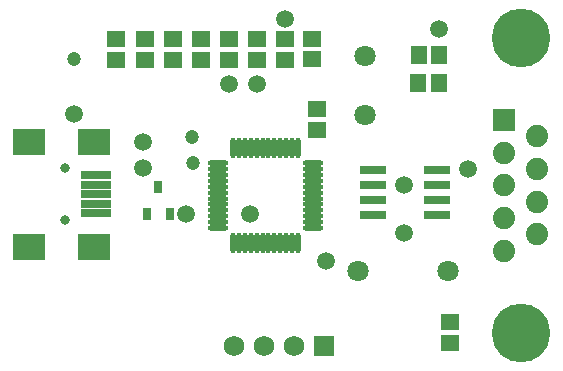
<source format=gts>
G04 Layer_Color=8388736*
%FSLAX25Y25*%
%MOIN*%
G70*
G01*
G75*
%ADD31R,0.08674X0.03162*%
%ADD32R,0.06115X0.05328*%
%ADD33R,0.05328X0.06115*%
%ADD34R,0.03162X0.04343*%
%ADD35R,0.10642X0.08674*%
%ADD36R,0.09855X0.02768*%
%ADD37O,0.06902X0.01784*%
%ADD38O,0.01784X0.06902*%
%ADD39C,0.07099*%
%ADD40C,0.04737*%
%ADD41C,0.07453*%
%ADD42R,0.07453X0.07453*%
%ADD43C,0.19540*%
%ADD44C,0.06800*%
%ADD45R,0.06800X0.06800*%
%ADD46C,0.03162*%
%ADD47C,0.05918*%
D31*
X307874Y202658D02*
D03*
Y212657D02*
D03*
Y197658D02*
D03*
Y207658D02*
D03*
X286614Y202658D02*
D03*
Y207658D02*
D03*
Y197658D02*
D03*
Y212657D02*
D03*
D32*
X312205Y161811D02*
D03*
Y154921D02*
D03*
X266142Y249410D02*
D03*
Y256299D02*
D03*
X257087Y249311D02*
D03*
Y256201D02*
D03*
X229095Y249311D02*
D03*
Y256201D02*
D03*
X219724Y249311D02*
D03*
Y256201D02*
D03*
X247835Y249311D02*
D03*
Y256201D02*
D03*
X238464Y249311D02*
D03*
Y256201D02*
D03*
X200984Y249311D02*
D03*
Y256201D02*
D03*
X210354Y249311D02*
D03*
Y256201D02*
D03*
X267717Y232776D02*
D03*
Y225886D02*
D03*
D33*
X301673Y241634D02*
D03*
X308563D02*
D03*
X301772Y250886D02*
D03*
X308661D02*
D03*
D34*
X214961Y206890D02*
D03*
X218701Y197835D02*
D03*
X211221D02*
D03*
D35*
X171968Y186980D02*
D03*
Y222020D02*
D03*
X193622D02*
D03*
Y186980D02*
D03*
D36*
X194016Y210799D02*
D03*
Y207650D02*
D03*
Y204500D02*
D03*
Y201351D02*
D03*
Y198201D02*
D03*
D37*
X266535Y214862D02*
D03*
Y212894D02*
D03*
Y210925D02*
D03*
Y208957D02*
D03*
Y206988D02*
D03*
Y205020D02*
D03*
Y203051D02*
D03*
Y201083D02*
D03*
Y199114D02*
D03*
Y197146D02*
D03*
Y195177D02*
D03*
Y193209D02*
D03*
X234842D02*
D03*
Y195177D02*
D03*
Y197146D02*
D03*
Y199114D02*
D03*
Y201083D02*
D03*
Y203051D02*
D03*
Y205020D02*
D03*
Y206988D02*
D03*
Y208957D02*
D03*
Y210925D02*
D03*
Y212894D02*
D03*
Y214862D02*
D03*
D38*
X261516Y188189D02*
D03*
X259547D02*
D03*
X257579D02*
D03*
X255610D02*
D03*
X253642D02*
D03*
X251673D02*
D03*
X249705D02*
D03*
X247736D02*
D03*
X245768D02*
D03*
X243799D02*
D03*
X241831D02*
D03*
X239862D02*
D03*
Y219882D02*
D03*
X241831D02*
D03*
X243799D02*
D03*
X245768D02*
D03*
X247736D02*
D03*
X249705D02*
D03*
X251673D02*
D03*
X253642D02*
D03*
X255610D02*
D03*
X257579D02*
D03*
X259547D02*
D03*
X261516D02*
D03*
D39*
X281555Y178839D02*
D03*
X311555D02*
D03*
X283858Y250590D02*
D03*
Y230906D02*
D03*
D40*
X186909Y249508D02*
D03*
X226378Y214764D02*
D03*
X226279Y223524D02*
D03*
D41*
X330138Y185669D02*
D03*
X341319Y191122D02*
D03*
X330138Y196575D02*
D03*
X341319Y202028D02*
D03*
X330138Y207480D02*
D03*
X341319Y212933D02*
D03*
X330138Y218386D02*
D03*
X341319Y223839D02*
D03*
D42*
X330138Y229291D02*
D03*
D43*
X335728Y256673D02*
D03*
Y158287D02*
D03*
D44*
X250335Y153937D02*
D03*
X260335D02*
D03*
X240335D02*
D03*
D45*
X270335D02*
D03*
D46*
X183780Y195839D02*
D03*
Y213161D02*
D03*
D47*
X224016Y197933D02*
D03*
X296752Y191535D02*
D03*
X245571Y197835D02*
D03*
X270768Y182283D02*
D03*
X209744Y213287D02*
D03*
X247736Y241240D02*
D03*
X209744Y221949D02*
D03*
X296752Y207579D02*
D03*
X318307Y212795D02*
D03*
X308661Y259547D02*
D03*
X257185Y262795D02*
D03*
X238484Y241240D02*
D03*
X186909Y231299D02*
D03*
M02*

</source>
